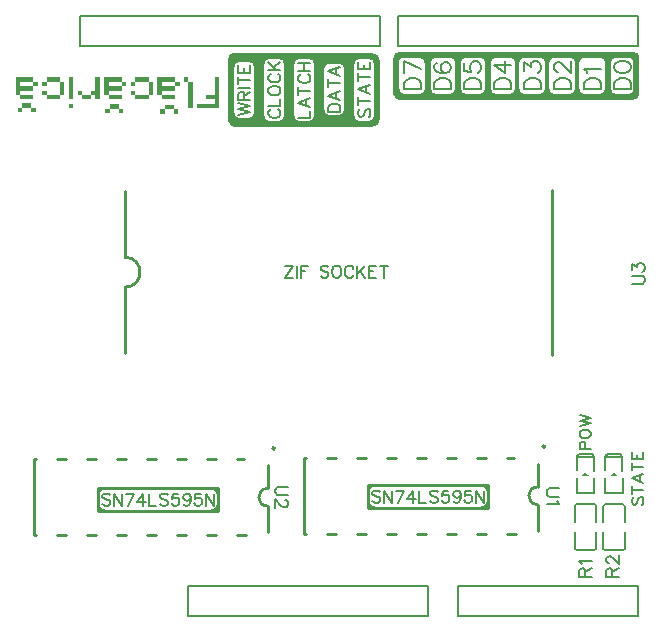
<source format=gto>
G04 Layer: TopSilkscreenLayer*
G04 EasyEDA v6.5.40, 2024-05-12 15:51:58*
G04 49c0d29adba348579b594a98eefbc0f5,633559c1653544b899bb7edc1c986e09,10*
G04 Gerber Generator version 0.2*
G04 Scale: 100 percent, Rotated: No, Reflected: No *
G04 Dimensions in millimeters *
G04 leading zeros omitted , absolute positions ,4 integer and 5 decimal *
%FSLAX45Y45*%
%MOMM*%

%ADD10C,0.2000*%
%ADD11C,0.1524*%
%ADD12C,0.1500*%
%ADD13C,0.2540*%
%ADD14C,0.2030*%
%ADD15C,0.2032*%
%ADD16C,0.0161*%

%LPD*%
G36*
X1791207Y4699000D02*
G01*
X1791207Y4548886D01*
X1716278Y4548886D01*
X1716278Y4511548D01*
X1791207Y4511548D01*
X1791207Y4473956D01*
X1641348Y4473956D01*
X1641348Y4436618D01*
X1828800Y4436618D01*
X1828800Y4699000D01*
G37*
G36*
X1528826Y4699000D02*
G01*
X1528826Y4661408D01*
X1566418Y4661408D01*
X1566418Y4699000D01*
G37*
G36*
X1303782Y4699000D02*
G01*
X1303782Y4548886D01*
X1341374Y4548886D01*
X1341374Y4586478D01*
X1453896Y4586478D01*
X1453896Y4624070D01*
X1341374Y4624070D01*
X1341374Y4661408D01*
X1453896Y4661408D01*
X1453896Y4699000D01*
G37*
G36*
X1116330Y4699000D02*
G01*
X1116330Y4661408D01*
X1228852Y4661408D01*
X1228852Y4699000D01*
G37*
G36*
X853694Y4699000D02*
G01*
X853694Y4548886D01*
X891286Y4548886D01*
X891286Y4586478D01*
X1003808Y4586478D01*
X1003808Y4624070D01*
X891286Y4624070D01*
X891286Y4661408D01*
X1003808Y4661408D01*
X1003808Y4699000D01*
G37*
G36*
X778764Y4699000D02*
G01*
X778764Y4586478D01*
X741426Y4586478D01*
X741426Y4548886D01*
X778764Y4548886D01*
X778764Y4511548D01*
X816356Y4511548D01*
X816356Y4699000D01*
G37*
G36*
X553720Y4699000D02*
G01*
X553720Y4511548D01*
X591312Y4511548D01*
X591312Y4699000D01*
G37*
G36*
X366268Y4699000D02*
G01*
X366268Y4661408D01*
X478790Y4661408D01*
X478790Y4699000D01*
G37*
G36*
X103885Y4699000D02*
G01*
X103885Y4548886D01*
X141224Y4548886D01*
X141224Y4586478D01*
X253746Y4586478D01*
X253746Y4624070D01*
X141224Y4624070D01*
X141224Y4661408D01*
X253746Y4661408D01*
X253746Y4699000D01*
G37*
G36*
X1566418Y4661408D02*
G01*
X1566418Y4436618D01*
X1603756Y4436618D01*
X1603756Y4661408D01*
G37*
G36*
X1453896Y4661408D02*
G01*
X1453896Y4624070D01*
X1491234Y4624070D01*
X1491234Y4661408D01*
G37*
G36*
X1078738Y4661408D02*
G01*
X1078738Y4624070D01*
X1116330Y4624070D01*
X1116330Y4661408D01*
G37*
G36*
X1228852Y4661408D02*
G01*
X1228852Y4548886D01*
X1266190Y4548886D01*
X1266190Y4661408D01*
G37*
G36*
X1003808Y4661408D02*
G01*
X1003808Y4624070D01*
X1041400Y4624070D01*
X1041400Y4661408D01*
G37*
G36*
X328676Y4661408D02*
G01*
X328676Y4624070D01*
X366268Y4624070D01*
X366268Y4661408D01*
G37*
G36*
X478790Y4661408D02*
G01*
X478790Y4548886D01*
X516382Y4548886D01*
X516382Y4661408D01*
G37*
G36*
X253746Y4661408D02*
G01*
X253746Y4624070D01*
X291338Y4624070D01*
X291338Y4661408D01*
G37*
G36*
X1078738Y4586478D02*
G01*
X1078738Y4548886D01*
X1116330Y4548886D01*
X1116330Y4586478D01*
G37*
G36*
X628904Y4586478D02*
G01*
X628904Y4548886D01*
X666242Y4548886D01*
X666242Y4586478D01*
G37*
G36*
X328676Y4586478D02*
G01*
X328676Y4548886D01*
X366268Y4548886D01*
X366268Y4586478D01*
G37*
G36*
X1341374Y4548886D02*
G01*
X1341374Y4511548D01*
X1453896Y4511548D01*
X1453896Y4548886D01*
G37*
G36*
X1116330Y4548886D02*
G01*
X1116330Y4511548D01*
X1228852Y4511548D01*
X1228852Y4548886D01*
G37*
G36*
X891286Y4548886D02*
G01*
X891286Y4511548D01*
X1003808Y4511548D01*
X1003808Y4548886D01*
G37*
G36*
X666242Y4548886D02*
G01*
X666242Y4511548D01*
X741426Y4511548D01*
X741426Y4548886D01*
G37*
G36*
X366268Y4548886D02*
G01*
X366268Y4511548D01*
X478790Y4511548D01*
X478790Y4548886D01*
G37*
G36*
X141224Y4548886D02*
G01*
X141224Y4511548D01*
X253746Y4511548D01*
X253746Y4548886D01*
G37*
G36*
X553720Y4473956D02*
G01*
X553720Y4436618D01*
X591312Y4436618D01*
X591312Y4473956D01*
G37*
D10*
X5169915Y4597400D02*
G01*
X5313172Y4597400D01*
X5169915Y4597400D02*
G01*
X5169915Y4645152D01*
X5176774Y4665471D01*
X5190490Y4679187D01*
X5203952Y4686045D01*
X5224525Y4692904D01*
X5258561Y4692904D01*
X5279136Y4686045D01*
X5292597Y4679187D01*
X5306313Y4665471D01*
X5313172Y4645152D01*
X5313172Y4597400D01*
X5169915Y4778755D02*
G01*
X5176774Y4758181D01*
X5197093Y4744720D01*
X5231384Y4737862D01*
X5251704Y4737862D01*
X5285740Y4744720D01*
X5306313Y4758181D01*
X5313172Y4778755D01*
X5313172Y4792471D01*
X5306313Y4812792D01*
X5285740Y4826507D01*
X5251704Y4833365D01*
X5231384Y4833365D01*
X5197093Y4826507D01*
X5176774Y4812792D01*
X5169915Y4792471D01*
X5169915Y4778755D01*
X4915915Y4597400D02*
G01*
X5059172Y4597400D01*
X4915915Y4597400D02*
G01*
X4915915Y4645152D01*
X4922774Y4665471D01*
X4936490Y4679187D01*
X4949952Y4686045D01*
X4970525Y4692904D01*
X5004561Y4692904D01*
X5025136Y4686045D01*
X5038597Y4679187D01*
X5052313Y4665471D01*
X5059172Y4645152D01*
X5059172Y4597400D01*
X4943093Y4737862D02*
G01*
X4936490Y4751578D01*
X4915915Y4771897D01*
X5059172Y4771897D01*
X4661915Y4597400D02*
G01*
X4805172Y4597400D01*
X4661915Y4597400D02*
G01*
X4661915Y4645152D01*
X4668774Y4665471D01*
X4682490Y4679187D01*
X4695952Y4686045D01*
X4716525Y4692904D01*
X4750561Y4692904D01*
X4771136Y4686045D01*
X4784597Y4679187D01*
X4798313Y4665471D01*
X4805172Y4645152D01*
X4805172Y4597400D01*
X4695952Y4744720D02*
G01*
X4689093Y4744720D01*
X4675631Y4751578D01*
X4668774Y4758181D01*
X4661915Y4771897D01*
X4661915Y4799329D01*
X4668774Y4812792D01*
X4675631Y4819650D01*
X4689093Y4826507D01*
X4702809Y4826507D01*
X4716525Y4819650D01*
X4736845Y4805934D01*
X4805172Y4737862D01*
X4805172Y4833365D01*
X4407915Y4597400D02*
G01*
X4551172Y4597400D01*
X4407915Y4597400D02*
G01*
X4407915Y4645152D01*
X4414774Y4665471D01*
X4428490Y4679187D01*
X4441952Y4686045D01*
X4462525Y4692904D01*
X4496561Y4692904D01*
X4517136Y4686045D01*
X4530597Y4679187D01*
X4544313Y4665471D01*
X4551172Y4645152D01*
X4551172Y4597400D01*
X4407915Y4751578D02*
G01*
X4407915Y4826507D01*
X4462525Y4785613D01*
X4462525Y4805934D01*
X4469384Y4819650D01*
X4476241Y4826507D01*
X4496561Y4833365D01*
X4510277Y4833365D01*
X4530597Y4826507D01*
X4544313Y4812792D01*
X4551172Y4792471D01*
X4551172Y4771897D01*
X4544313Y4751578D01*
X4537456Y4744720D01*
X4523740Y4737862D01*
X4153915Y4597400D02*
G01*
X4297172Y4597400D01*
X4153915Y4597400D02*
G01*
X4153915Y4645152D01*
X4160774Y4665471D01*
X4174490Y4679187D01*
X4187952Y4686045D01*
X4208525Y4692904D01*
X4242561Y4692904D01*
X4263136Y4686045D01*
X4276597Y4679187D01*
X4290313Y4665471D01*
X4297172Y4645152D01*
X4297172Y4597400D01*
X4153915Y4805934D02*
G01*
X4249420Y4737862D01*
X4249420Y4840223D01*
X4153915Y4805934D02*
G01*
X4297172Y4805934D01*
X3899915Y4597400D02*
G01*
X4043172Y4597400D01*
X3899915Y4597400D02*
G01*
X3899915Y4645152D01*
X3906774Y4665471D01*
X3920490Y4679187D01*
X3933952Y4686045D01*
X3954525Y4692904D01*
X3988561Y4692904D01*
X4009136Y4686045D01*
X4022597Y4679187D01*
X4036313Y4665471D01*
X4043172Y4645152D01*
X4043172Y4597400D01*
X3899915Y4819650D02*
G01*
X3899915Y4751578D01*
X3961384Y4744720D01*
X3954525Y4751578D01*
X3947668Y4771897D01*
X3947668Y4792471D01*
X3954525Y4812792D01*
X3968241Y4826507D01*
X3988561Y4833365D01*
X4002277Y4833365D01*
X4022597Y4826507D01*
X4036313Y4812792D01*
X4043172Y4792471D01*
X4043172Y4771897D01*
X4036313Y4751578D01*
X4029456Y4744720D01*
X4015740Y4737862D01*
X3645915Y4597400D02*
G01*
X3789172Y4597400D01*
X3645915Y4597400D02*
G01*
X3645915Y4645152D01*
X3652774Y4665471D01*
X3666490Y4679187D01*
X3679952Y4686045D01*
X3700525Y4692904D01*
X3734561Y4692904D01*
X3755136Y4686045D01*
X3768597Y4679187D01*
X3782313Y4665471D01*
X3789172Y4645152D01*
X3789172Y4597400D01*
X3666490Y4819650D02*
G01*
X3652774Y4812792D01*
X3645915Y4792471D01*
X3645915Y4778755D01*
X3652774Y4758181D01*
X3673093Y4744720D01*
X3707384Y4737862D01*
X3741420Y4737862D01*
X3768597Y4744720D01*
X3782313Y4758181D01*
X3789172Y4778755D01*
X3789172Y4785613D01*
X3782313Y4805934D01*
X3768597Y4819650D01*
X3748277Y4826507D01*
X3741420Y4826507D01*
X3720845Y4819650D01*
X3707384Y4805934D01*
X3700525Y4785613D01*
X3700525Y4778755D01*
X3707384Y4758181D01*
X3720845Y4744720D01*
X3741420Y4737862D01*
X3391915Y4597400D02*
G01*
X3535172Y4597400D01*
X3391915Y4597400D02*
G01*
X3391915Y4645152D01*
X3398774Y4665471D01*
X3412490Y4679187D01*
X3425952Y4686045D01*
X3446525Y4692904D01*
X3480561Y4692904D01*
X3501136Y4686045D01*
X3514597Y4679187D01*
X3528313Y4665471D01*
X3535172Y4645152D01*
X3535172Y4597400D01*
X3391915Y4833365D02*
G01*
X3535172Y4765039D01*
X3391915Y4737862D02*
G01*
X3391915Y4833365D01*
X3019806Y4429252D02*
G01*
X3010408Y4419600D01*
X3005581Y4405376D01*
X3005581Y4386326D01*
X3010408Y4372102D01*
X3019806Y4362450D01*
X3029458Y4362450D01*
X3038856Y4367276D01*
X3043681Y4372102D01*
X3048508Y4381500D01*
X3058159Y4410202D01*
X3062731Y4419600D01*
X3067558Y4424426D01*
X3077209Y4429252D01*
X3091434Y4429252D01*
X3101086Y4419600D01*
X3105658Y4405376D01*
X3105658Y4386326D01*
X3101086Y4372102D01*
X3091434Y4362450D01*
X3005581Y4494276D02*
G01*
X3105658Y4494276D01*
X3005581Y4460747D02*
G01*
X3005581Y4527550D01*
X3005581Y4597145D02*
G01*
X3105658Y4559045D01*
X3005581Y4597145D02*
G01*
X3105658Y4635500D01*
X3072384Y4573523D02*
G01*
X3072384Y4621021D01*
X3005581Y4700270D02*
G01*
X3105658Y4700270D01*
X3005581Y4666995D02*
G01*
X3005581Y4733797D01*
X3005581Y4765294D02*
G01*
X3105658Y4765294D01*
X3005581Y4765294D02*
G01*
X3005581Y4827270D01*
X3053334Y4765294D02*
G01*
X3053334Y4803394D01*
X3105658Y4765294D02*
G01*
X3105658Y4827270D01*
X2751454Y4406900D02*
G01*
X2851784Y4406900D01*
X2751454Y4406900D02*
G01*
X2751454Y4440428D01*
X2756281Y4454652D01*
X2765933Y4464050D01*
X2775331Y4468876D01*
X2789809Y4473702D01*
X2813684Y4473702D01*
X2827909Y4468876D01*
X2837561Y4464050D01*
X2846959Y4454652D01*
X2851784Y4440428D01*
X2851784Y4406900D01*
X2751454Y4543297D02*
G01*
X2851784Y4505197D01*
X2751454Y4543297D02*
G01*
X2851784Y4581652D01*
X2818256Y4519421D02*
G01*
X2818256Y4567173D01*
X2751454Y4646421D02*
G01*
X2851784Y4646421D01*
X2751454Y4613147D02*
G01*
X2751454Y4679950D01*
X2751454Y4749545D02*
G01*
X2851784Y4711445D01*
X2751454Y4749545D02*
G01*
X2851784Y4787645D01*
X2818256Y4725670D02*
G01*
X2818256Y4773421D01*
X2497581Y4356100D02*
G01*
X2597658Y4356100D01*
X2597658Y4356100D02*
G01*
X2597658Y4413250D01*
X2497581Y4483100D02*
G01*
X2597658Y4444745D01*
X2497581Y4483100D02*
G01*
X2597658Y4521200D01*
X2564384Y4459223D02*
G01*
X2564384Y4506976D01*
X2497581Y4586223D02*
G01*
X2597658Y4586223D01*
X2497581Y4552695D02*
G01*
X2497581Y4619497D01*
X2521458Y4722621D02*
G01*
X2511806Y4717795D01*
X2502408Y4708397D01*
X2497581Y4698745D01*
X2497581Y4679695D01*
X2502408Y4670044D01*
X2511806Y4660645D01*
X2521458Y4655820D01*
X2535681Y4650994D01*
X2559558Y4650994D01*
X2574036Y4655820D01*
X2583434Y4660645D01*
X2593086Y4670044D01*
X2597658Y4679695D01*
X2597658Y4698745D01*
X2593086Y4708397D01*
X2583434Y4717795D01*
X2574036Y4722621D01*
X2497581Y4754118D02*
G01*
X2597658Y4754118D01*
X2497581Y4820920D02*
G01*
X2597658Y4820920D01*
X2545334Y4754118D02*
G01*
X2545334Y4820920D01*
X2267455Y4427728D02*
G01*
X2257803Y4422902D01*
X2248405Y4413250D01*
X2243579Y4403852D01*
X2243579Y4384802D01*
X2248405Y4375150D01*
X2257803Y4365752D01*
X2267455Y4360926D01*
X2281679Y4356100D01*
X2305555Y4356100D01*
X2320033Y4360926D01*
X2329431Y4365752D01*
X2339083Y4375150D01*
X2343655Y4384802D01*
X2343655Y4403852D01*
X2339083Y4413250D01*
X2329431Y4422902D01*
X2320033Y4427728D01*
X2243579Y4459223D02*
G01*
X2343655Y4459223D01*
X2343655Y4459223D02*
G01*
X2343655Y4516373D01*
X2243579Y4576571D02*
G01*
X2248405Y4567173D01*
X2257803Y4557521D01*
X2267455Y4552695D01*
X2281679Y4547870D01*
X2305555Y4547870D01*
X2320033Y4552695D01*
X2329431Y4557521D01*
X2339083Y4567173D01*
X2343655Y4576571D01*
X2343655Y4595621D01*
X2339083Y4605273D01*
X2329431Y4614671D01*
X2320033Y4619497D01*
X2305555Y4624323D01*
X2281679Y4624323D01*
X2267455Y4619497D01*
X2257803Y4614671D01*
X2248405Y4605273D01*
X2243579Y4595621D01*
X2243579Y4576571D01*
X2267455Y4727447D02*
G01*
X2257803Y4722621D01*
X2248405Y4713223D01*
X2243579Y4703571D01*
X2243579Y4684521D01*
X2248405Y4674870D01*
X2257803Y4665471D01*
X2267455Y4660645D01*
X2281679Y4655820D01*
X2305555Y4655820D01*
X2320033Y4660645D01*
X2329431Y4665471D01*
X2339083Y4674870D01*
X2343655Y4684521D01*
X2343655Y4703571D01*
X2339083Y4713223D01*
X2329431Y4722621D01*
X2320033Y4727447D01*
X2243579Y4758944D02*
G01*
X2343655Y4758944D01*
X2243579Y4825745D02*
G01*
X2310381Y4758944D01*
X2286505Y4782820D02*
G01*
X2343655Y4825745D01*
X1989454Y4381500D02*
G01*
X2089784Y4405376D01*
X1989454Y4429252D02*
G01*
X2089784Y4405376D01*
X1989454Y4429252D02*
G01*
X2089784Y4453128D01*
X1989454Y4477004D02*
G01*
X2089784Y4453128D01*
X1989454Y4508500D02*
G01*
X2089784Y4508500D01*
X1989454Y4508500D02*
G01*
X1989454Y4551426D01*
X1994281Y4565650D01*
X1999106Y4570476D01*
X2008759Y4575302D01*
X2018156Y4575302D01*
X2027809Y4570476D01*
X2032381Y4565650D01*
X2037206Y4551426D01*
X2037206Y4508500D01*
X2037206Y4541773D02*
G01*
X2089784Y4575302D01*
X1989454Y4606797D02*
G01*
X2089784Y4606797D01*
X1989454Y4671568D02*
G01*
X2089784Y4671568D01*
X1989454Y4638294D02*
G01*
X1989454Y4705095D01*
X1989454Y4736592D02*
G01*
X2089784Y4736592D01*
X1989454Y4736592D02*
G01*
X1989454Y4798568D01*
X2037206Y4736592D02*
G01*
X2037206Y4774692D01*
X2089784Y4736592D02*
G01*
X2089784Y4798568D01*
X3191002Y1183894D02*
G01*
X3181350Y1193292D01*
X3167125Y1198118D01*
X3148075Y1198118D01*
X3133852Y1193292D01*
X3124200Y1183894D01*
X3124200Y1174242D01*
X3129025Y1164844D01*
X3133852Y1160018D01*
X3143250Y1155192D01*
X3171952Y1145539D01*
X3181350Y1140968D01*
X3186175Y1136142D01*
X3191002Y1126489D01*
X3191002Y1112265D01*
X3181350Y1102613D01*
X3167125Y1098042D01*
X3148075Y1098042D01*
X3133852Y1102613D01*
X3124200Y1112265D01*
X3222497Y1198118D02*
G01*
X3222497Y1098042D01*
X3222497Y1198118D02*
G01*
X3289300Y1098042D01*
X3289300Y1198118D02*
G01*
X3289300Y1098042D01*
X3387597Y1198118D02*
G01*
X3339845Y1098042D01*
X3320795Y1198118D02*
G01*
X3387597Y1198118D01*
X3466845Y1198118D02*
G01*
X3419093Y1131315D01*
X3490722Y1131315D01*
X3466845Y1198118D02*
G01*
X3466845Y1098042D01*
X3522218Y1198118D02*
G01*
X3522218Y1098042D01*
X3522218Y1098042D02*
G01*
X3579622Y1098042D01*
X3677920Y1183894D02*
G01*
X3668268Y1193292D01*
X3654043Y1198118D01*
X3634993Y1198118D01*
X3620515Y1193292D01*
X3611118Y1183894D01*
X3611118Y1174242D01*
X3615690Y1164844D01*
X3620515Y1160018D01*
X3630168Y1155192D01*
X3658870Y1145539D01*
X3668268Y1140968D01*
X3673093Y1136142D01*
X3677920Y1126489D01*
X3677920Y1112265D01*
X3668268Y1102613D01*
X3654043Y1098042D01*
X3634993Y1098042D01*
X3620515Y1102613D01*
X3611118Y1112265D01*
X3766565Y1198118D02*
G01*
X3718813Y1198118D01*
X3713988Y1155192D01*
X3718813Y1160018D01*
X3733291Y1164844D01*
X3747515Y1164844D01*
X3761740Y1160018D01*
X3771391Y1150365D01*
X3776218Y1136142D01*
X3776218Y1126489D01*
X3771391Y1112265D01*
X3761740Y1102613D01*
X3747515Y1098042D01*
X3733291Y1098042D01*
X3718813Y1102613D01*
X3713988Y1107439D01*
X3709415Y1117092D01*
X3869690Y1164844D02*
G01*
X3864863Y1150365D01*
X3855465Y1140968D01*
X3840988Y1136142D01*
X3836415Y1136142D01*
X3821938Y1140968D01*
X3812540Y1150365D01*
X3807713Y1164844D01*
X3807713Y1169415D01*
X3812540Y1183894D01*
X3821938Y1193292D01*
X3836415Y1198118D01*
X3840988Y1198118D01*
X3855465Y1193292D01*
X3864863Y1183894D01*
X3869690Y1164844D01*
X3869690Y1140968D01*
X3864863Y1117092D01*
X3855465Y1102613D01*
X3840988Y1098042D01*
X3831590Y1098042D01*
X3817111Y1102613D01*
X3812540Y1112265D01*
X3958590Y1198118D02*
G01*
X3910838Y1198118D01*
X3906011Y1155192D01*
X3910838Y1160018D01*
X3925061Y1164844D01*
X3939286Y1164844D01*
X3953763Y1160018D01*
X3963161Y1150365D01*
X3967988Y1136142D01*
X3967988Y1126489D01*
X3963161Y1112265D01*
X3953763Y1102613D01*
X3939286Y1098042D01*
X3925061Y1098042D01*
X3910838Y1102613D01*
X3906011Y1107439D01*
X3901186Y1117092D01*
X3999484Y1198118D02*
G01*
X3999484Y1098042D01*
X3999484Y1198118D02*
G01*
X4066286Y1098042D01*
X4066286Y1198118D02*
G01*
X4066286Y1098042D01*
X905002Y1158494D02*
G01*
X895350Y1167892D01*
X881126Y1172718D01*
X862076Y1172718D01*
X847852Y1167892D01*
X838200Y1158494D01*
X838200Y1148842D01*
X843026Y1139444D01*
X847852Y1134618D01*
X857250Y1129792D01*
X885952Y1120139D01*
X895350Y1115568D01*
X900176Y1110742D01*
X905002Y1101089D01*
X905002Y1086865D01*
X895350Y1077213D01*
X881126Y1072642D01*
X862076Y1072642D01*
X847852Y1077213D01*
X838200Y1086865D01*
X936497Y1172718D02*
G01*
X936497Y1072642D01*
X936497Y1172718D02*
G01*
X1003300Y1072642D01*
X1003300Y1172718D02*
G01*
X1003300Y1072642D01*
X1101597Y1172718D02*
G01*
X1053845Y1072642D01*
X1034795Y1172718D02*
G01*
X1101597Y1172718D01*
X1180845Y1172718D02*
G01*
X1133094Y1105915D01*
X1204721Y1105915D01*
X1180845Y1172718D02*
G01*
X1180845Y1072642D01*
X1236218Y1172718D02*
G01*
X1236218Y1072642D01*
X1236218Y1072642D02*
G01*
X1293621Y1072642D01*
X1391920Y1158494D02*
G01*
X1382268Y1167892D01*
X1368044Y1172718D01*
X1348994Y1172718D01*
X1334515Y1167892D01*
X1325118Y1158494D01*
X1325118Y1148842D01*
X1329689Y1139444D01*
X1334515Y1134618D01*
X1344168Y1129792D01*
X1372870Y1120139D01*
X1382268Y1115568D01*
X1387094Y1110742D01*
X1391920Y1101089D01*
X1391920Y1086865D01*
X1382268Y1077213D01*
X1368044Y1072642D01*
X1348994Y1072642D01*
X1334515Y1077213D01*
X1325118Y1086865D01*
X1480565Y1172718D02*
G01*
X1432813Y1172718D01*
X1427987Y1129792D01*
X1432813Y1134618D01*
X1447292Y1139444D01*
X1461515Y1139444D01*
X1475739Y1134618D01*
X1485392Y1124965D01*
X1490218Y1110742D01*
X1490218Y1101089D01*
X1485392Y1086865D01*
X1475739Y1077213D01*
X1461515Y1072642D01*
X1447292Y1072642D01*
X1432813Y1077213D01*
X1427987Y1082039D01*
X1423415Y1091692D01*
X1583689Y1139444D02*
G01*
X1578863Y1124965D01*
X1569465Y1115568D01*
X1554987Y1110742D01*
X1550415Y1110742D01*
X1535937Y1115568D01*
X1526539Y1124965D01*
X1521713Y1139444D01*
X1521713Y1144015D01*
X1526539Y1158494D01*
X1535937Y1167892D01*
X1550415Y1172718D01*
X1554987Y1172718D01*
X1569465Y1167892D01*
X1578863Y1158494D01*
X1583689Y1139444D01*
X1583689Y1115568D01*
X1578863Y1091692D01*
X1569465Y1077213D01*
X1554987Y1072642D01*
X1545589Y1072642D01*
X1531112Y1077213D01*
X1526539Y1086865D01*
X1672589Y1172718D02*
G01*
X1624837Y1172718D01*
X1620012Y1129792D01*
X1624837Y1134618D01*
X1639062Y1139444D01*
X1653286Y1139444D01*
X1667763Y1134618D01*
X1677162Y1124965D01*
X1681987Y1110742D01*
X1681987Y1101089D01*
X1677162Y1086865D01*
X1667763Y1077213D01*
X1653286Y1072642D01*
X1639062Y1072642D01*
X1624837Y1077213D01*
X1620012Y1082039D01*
X1615186Y1091692D01*
X1713484Y1172718D02*
G01*
X1713484Y1072642D01*
X1713484Y1172718D02*
G01*
X1780286Y1072642D01*
X1780286Y1172718D02*
G01*
X1780286Y1072642D01*
X2454402Y3103118D02*
G01*
X2387600Y3003042D01*
X2387600Y3103118D02*
G01*
X2454402Y3103118D01*
X2387600Y3003042D02*
G01*
X2454402Y3003042D01*
X2485897Y3103118D02*
G01*
X2485897Y3003042D01*
X2517393Y3103118D02*
G01*
X2517393Y3003042D01*
X2517393Y3103118D02*
G01*
X2579370Y3103118D01*
X2517393Y3055365D02*
G01*
X2555493Y3055365D01*
X2751327Y3088894D02*
G01*
X2741675Y3098292D01*
X2727452Y3103118D01*
X2708402Y3103118D01*
X2693924Y3098292D01*
X2684525Y3088894D01*
X2684525Y3079242D01*
X2689352Y3069844D01*
X2693924Y3065018D01*
X2703575Y3060192D01*
X2732277Y3050539D01*
X2741675Y3045968D01*
X2746502Y3041142D01*
X2751327Y3031489D01*
X2751327Y3017265D01*
X2741675Y3007613D01*
X2727452Y3003042D01*
X2708402Y3003042D01*
X2693924Y3007613D01*
X2684525Y3017265D01*
X2811525Y3103118D02*
G01*
X2801874Y3098292D01*
X2792222Y3088894D01*
X2787650Y3079242D01*
X2782824Y3065018D01*
X2782824Y3041142D01*
X2787650Y3026663D01*
X2792222Y3017265D01*
X2801874Y3007613D01*
X2811525Y3003042D01*
X2830575Y3003042D01*
X2839974Y3007613D01*
X2849625Y3017265D01*
X2854452Y3026663D01*
X2859024Y3041142D01*
X2859024Y3065018D01*
X2854452Y3079242D01*
X2849625Y3088894D01*
X2839974Y3098292D01*
X2830575Y3103118D01*
X2811525Y3103118D01*
X2962147Y3079242D02*
G01*
X2957575Y3088894D01*
X2947924Y3098292D01*
X2938272Y3103118D01*
X2919222Y3103118D01*
X2909824Y3098292D01*
X2900172Y3088894D01*
X2895345Y3079242D01*
X2890520Y3065018D01*
X2890520Y3041142D01*
X2895345Y3026663D01*
X2900172Y3017265D01*
X2909824Y3007613D01*
X2919222Y3003042D01*
X2938272Y3003042D01*
X2947924Y3007613D01*
X2957575Y3017265D01*
X2962147Y3026663D01*
X2993643Y3103118D02*
G01*
X2993643Y3003042D01*
X3060445Y3103118D02*
G01*
X2993643Y3036315D01*
X3017520Y3060192D02*
G01*
X3060445Y3003042D01*
X3091941Y3103118D02*
G01*
X3091941Y3003042D01*
X3091941Y3103118D02*
G01*
X3154172Y3103118D01*
X3091941Y3055365D02*
G01*
X3130295Y3055365D01*
X3091941Y3003042D02*
G01*
X3154172Y3003042D01*
X3218941Y3103118D02*
G01*
X3218941Y3003042D01*
X3185668Y3103118D02*
G01*
X3252470Y3103118D01*
D11*
X5335524Y1143254D02*
G01*
X5326634Y1134110D01*
X5322061Y1120394D01*
X5322061Y1102105D01*
X5326634Y1088644D01*
X5335524Y1079500D01*
X5344668Y1079500D01*
X5353811Y1084071D01*
X5358384Y1088644D01*
X5362956Y1097787D01*
X5372100Y1124965D01*
X5376418Y1134110D01*
X5380990Y1138681D01*
X5390134Y1143254D01*
X5403850Y1143254D01*
X5412993Y1134110D01*
X5417565Y1120394D01*
X5417565Y1102105D01*
X5412993Y1088644D01*
X5403850Y1079500D01*
X5322061Y1204976D02*
G01*
X5417565Y1204976D01*
X5322061Y1173226D02*
G01*
X5322061Y1236726D01*
X5322061Y1303020D02*
G01*
X5417565Y1266697D01*
X5322061Y1303020D02*
G01*
X5417565Y1339595D01*
X5385561Y1280413D02*
G01*
X5385561Y1325879D01*
X5322061Y1401318D02*
G01*
X5417565Y1401318D01*
X5322061Y1369568D02*
G01*
X5322061Y1433068D01*
X5322061Y1463039D02*
G01*
X5417565Y1463039D01*
X5322061Y1463039D02*
G01*
X5322061Y1522221D01*
X5367527Y1463039D02*
G01*
X5367527Y1499615D01*
X5417565Y1463039D02*
G01*
X5417565Y1522221D01*
X4877561Y1549400D02*
G01*
X4973065Y1549400D01*
X4877561Y1549400D02*
G01*
X4877561Y1590294D01*
X4882134Y1604010D01*
X4886706Y1608581D01*
X4895595Y1613154D01*
X4909311Y1613154D01*
X4918456Y1608581D01*
X4923027Y1604010D01*
X4927600Y1590294D01*
X4927600Y1549400D01*
X4877561Y1670304D02*
G01*
X4882134Y1661160D01*
X4891024Y1652015D01*
X4900168Y1647697D01*
X4913884Y1643126D01*
X4936490Y1643126D01*
X4950206Y1647697D01*
X4959350Y1652015D01*
X4968493Y1661160D01*
X4973065Y1670304D01*
X4973065Y1688592D01*
X4968493Y1697481D01*
X4959350Y1706626D01*
X4950206Y1711197D01*
X4936490Y1715770D01*
X4913884Y1715770D01*
X4900168Y1711197D01*
X4891024Y1706626D01*
X4882134Y1697481D01*
X4877561Y1688592D01*
X4877561Y1670304D01*
X4877561Y1745742D02*
G01*
X4973065Y1768602D01*
X4877561Y1791207D02*
G01*
X4973065Y1768602D01*
X4877561Y1791207D02*
G01*
X4973065Y1814068D01*
X4877561Y1836673D02*
G01*
X4973065Y1814068D01*
X5320284Y2946400D02*
G01*
X5398261Y2946400D01*
X5413756Y2951479D01*
X5424170Y2961894D01*
X5429250Y2977642D01*
X5429250Y2988055D01*
X5424170Y3003550D01*
X5413756Y3013963D01*
X5398261Y3019044D01*
X5320284Y3019044D01*
X5320284Y3063747D02*
G01*
X5320284Y3120897D01*
X5361940Y3089910D01*
X5361940Y3105404D01*
X5367020Y3115818D01*
X5372100Y3120897D01*
X5387847Y3126231D01*
X5398261Y3126231D01*
X5413756Y3120897D01*
X5424170Y3110484D01*
X5429250Y3094989D01*
X5429250Y3079495D01*
X5424170Y3063747D01*
X5419090Y3058668D01*
X5408675Y3053334D01*
X4875784Y470027D02*
G01*
X4984750Y470027D01*
X4875784Y470027D02*
G01*
X4875784Y516762D01*
X4880863Y532256D01*
X4886197Y537337D01*
X4896611Y542670D01*
X4907025Y542670D01*
X4917440Y537337D01*
X4922520Y532256D01*
X4927600Y516762D01*
X4927600Y470027D01*
X4927600Y506348D02*
G01*
X4984750Y542670D01*
X4896611Y576961D02*
G01*
X4891277Y587375D01*
X4875784Y602869D01*
X4984750Y602869D01*
X5104384Y469905D02*
G01*
X5213350Y469905D01*
X5104384Y469905D02*
G01*
X5104384Y516641D01*
X5109463Y532135D01*
X5114797Y537469D01*
X5125211Y542549D01*
X5135625Y542549D01*
X5146040Y537469D01*
X5151120Y532135D01*
X5156200Y516641D01*
X5156200Y469905D01*
X5156200Y506227D02*
G01*
X5213350Y542549D01*
X5130291Y582173D02*
G01*
X5125211Y582173D01*
X5114797Y587253D01*
X5109463Y592587D01*
X5104384Y603001D01*
X5104384Y623575D01*
X5109463Y633989D01*
X5114797Y639323D01*
X5125211Y644403D01*
X5135625Y644403D01*
X5146040Y639323D01*
X5161534Y628909D01*
X5213350Y576839D01*
X5213350Y649737D01*
X4707509Y1219194D02*
G01*
X4629531Y1219194D01*
X4614036Y1214114D01*
X4603622Y1203700D01*
X4598543Y1187952D01*
X4598543Y1177538D01*
X4603622Y1162044D01*
X4614036Y1151630D01*
X4629531Y1146550D01*
X4707509Y1146550D01*
X4686681Y1112260D02*
G01*
X4692015Y1101846D01*
X4707509Y1086098D01*
X4598543Y1086098D01*
X2408809Y1231894D02*
G01*
X2330831Y1231894D01*
X2315336Y1226814D01*
X2304922Y1216400D01*
X2299843Y1200652D01*
X2299843Y1190238D01*
X2304922Y1174744D01*
X2315336Y1164330D01*
X2330831Y1159250D01*
X2408809Y1159250D01*
X2382900Y1119626D02*
G01*
X2387981Y1119626D01*
X2398395Y1114546D01*
X2403729Y1109212D01*
X2408809Y1098798D01*
X2408809Y1078224D01*
X2403729Y1067810D01*
X2398395Y1062476D01*
X2387981Y1057396D01*
X2377566Y1057396D01*
X2367152Y1062476D01*
X2351659Y1072890D01*
X2299843Y1124960D01*
X2299843Y1052062D01*
G36*
X3327400Y4876800D02*
G01*
X3302000Y4864100D01*
X3302000Y4559300D01*
X3352800Y4508500D01*
X5334000Y4508500D01*
X5384800Y4559300D01*
X5384800Y4572000D01*
X5334000Y4584700D01*
X5334000Y4559300D01*
X5143500Y4559300D01*
X5143500Y4864100D01*
X5118100Y4876800D01*
X5092700Y4864100D01*
X5092700Y4559300D01*
X4876800Y4559300D01*
X4876800Y4864100D01*
X4851400Y4876800D01*
X4838700Y4864100D01*
X4838700Y4559300D01*
X4622800Y4559300D01*
X4622800Y4864100D01*
X4597400Y4876800D01*
X4584700Y4864100D01*
X4584700Y4559300D01*
X4368800Y4559300D01*
X4368800Y4864100D01*
X4343400Y4876800D01*
X4330700Y4864100D01*
X4330700Y4559300D01*
X4127500Y4559300D01*
X4127500Y4864100D01*
X4102100Y4876800D01*
X4076700Y4864100D01*
X4076700Y4559300D01*
X3873500Y4559300D01*
X3873500Y4864100D01*
X3848100Y4876800D01*
X3822700Y4864100D01*
X3822700Y4559300D01*
X3619500Y4559300D01*
X3619500Y4864100D01*
X3594100Y4876800D01*
X3568700Y4864100D01*
X3568700Y4559300D01*
X3352800Y4559300D01*
X3352800Y4864100D01*
G37*
G36*
X3352800Y4914900D02*
G01*
X3302000Y4864100D01*
X5168900Y4864100D01*
X5168900Y4914900D01*
G37*
G36*
X5168900Y4914900D02*
G01*
X5156200Y4889500D01*
X5168900Y4864100D01*
X5384800Y4864100D01*
X5334000Y4914900D01*
G37*
G36*
X5359400Y4876800D02*
G01*
X5334000Y4864100D01*
X5334000Y4572000D01*
X5384800Y4572000D01*
X5384800Y4864100D01*
G37*
G36*
X3124200Y4902200D02*
G01*
X3124200Y4876800D01*
X3136900Y4864100D01*
X3136900Y4292600D01*
X3149600Y4292600D01*
X3187700Y4343400D01*
X3187700Y4838700D01*
X3149600Y4895850D01*
G37*
G36*
X1943100Y4902200D02*
G01*
X1905000Y4864100D01*
X3136900Y4864100D01*
X3124200Y4902200D01*
G37*
G36*
X1930400Y4876800D02*
G01*
X1905000Y4864100D01*
X1905000Y4330700D01*
X1930400Y4318000D01*
X1955800Y4330700D01*
X1955800Y4864100D01*
G37*
G36*
X1905000Y4330700D02*
G01*
X1955800Y4279900D01*
X3124200Y4279900D01*
X3136900Y4292600D01*
X3136900Y4330700D01*
G37*
G36*
X2159000Y4876800D02*
G01*
X2120900Y4864100D01*
X2120900Y4330700D01*
X2209800Y4330700D01*
X2209800Y4864100D01*
G37*
G36*
X2032000Y4876800D02*
G01*
X1943100Y4864100D01*
X1943100Y4826000D01*
X2120900Y4826000D01*
X2133600Y4838700D01*
X2120900Y4838700D01*
X2133600Y4851400D01*
X2120900Y4864100D01*
G37*
G36*
X2298700Y4876800D02*
G01*
X2209800Y4864100D01*
X2197100Y4864100D01*
X2209800Y4851400D01*
X2374900Y4851400D01*
X2374900Y4864100D01*
G37*
G36*
X2552700Y4876800D02*
G01*
X2463800Y4864100D01*
X2451100Y4851400D01*
X2641600Y4851400D01*
X2628900Y4864100D01*
G37*
G36*
X2806700Y4876800D02*
G01*
X2717800Y4864100D01*
X2705100Y4838700D01*
X2717800Y4813300D01*
X2882900Y4813300D01*
X2895600Y4838700D01*
X2882900Y4864100D01*
G37*
G36*
X3060700Y4876800D02*
G01*
X2971800Y4864100D01*
X2971800Y4851400D01*
X3136900Y4851400D01*
X3136900Y4864100D01*
G37*
G36*
X2717800Y4381500D02*
G01*
X2717800Y4330700D01*
X2882900Y4330700D01*
X2882900Y4381500D01*
G37*
G36*
X5168950Y1347419D02*
G01*
X5132984Y1322425D01*
X5204968Y1321409D01*
G37*
G36*
X4927650Y1347419D02*
G01*
X4891684Y1322425D01*
X4963668Y1321409D01*
G37*
D12*
X5095968Y1370423D02*
G01*
X5095968Y1485422D01*
X5240967Y1485422D01*
X5240967Y1365422D01*
X5241968Y1303423D02*
G01*
X5241968Y1179423D01*
X5096969Y1179423D01*
X5096969Y1303423D01*
X5095968Y1485422D02*
G01*
X5095968Y1488424D01*
X5115968Y1508424D01*
X5217967Y1508424D01*
X5220967Y1505422D01*
X5240967Y1485422D01*
X4854668Y1370423D02*
G01*
X4854668Y1485422D01*
X4999667Y1485422D01*
X4999667Y1365422D01*
X5000668Y1303423D02*
G01*
X5000668Y1179423D01*
X4855669Y1179423D01*
X4855669Y1303423D01*
X4854668Y1485422D02*
G01*
X4854668Y1488424D01*
X4874668Y1508424D01*
X4976667Y1508424D01*
X4979667Y1505422D01*
X4999667Y1485422D01*
D13*
X1028700Y2921000D02*
G01*
X1028700Y2362200D01*
X4648200Y2349500D02*
G01*
X4648200Y3746500D01*
X1028700Y3733800D02*
G01*
X1028700Y3175000D01*
D14*
X3340100Y4965700D02*
G01*
X5181600Y4965700D01*
D15*
X3340100Y4965700D02*
G01*
X3340100Y5219700D01*
X5372100Y5219700D01*
X5372100Y4965700D01*
X5181600Y4965700D01*
X838200Y5219700D02*
G01*
X647700Y5219700D01*
X647700Y4965700D01*
X3187700Y4965700D01*
X3187700Y5219700D01*
D14*
X3187700Y5219700D02*
G01*
X838200Y5219700D01*
D15*
X4038600Y393700D02*
G01*
X3848100Y393700D01*
X3848100Y139700D01*
X5372100Y139700D01*
X5372100Y393700D01*
D14*
X5372100Y393700D02*
G01*
X4038600Y393700D01*
X3594100Y393700D02*
G01*
X1752600Y393700D01*
D15*
X3594100Y393700D02*
G01*
X3594100Y139700D01*
X1562100Y139700D01*
X1562100Y393700D01*
X1752600Y393700D01*
D11*
X4837239Y1070119D02*
G01*
X4837239Y929119D01*
X5017960Y929119D02*
G01*
X5017960Y1070119D01*
X5002720Y1085359D02*
G01*
X4852479Y1085359D01*
X4837239Y707880D02*
G01*
X4837239Y848880D01*
X5017960Y848880D02*
G01*
X5017960Y707880D01*
X5002720Y692640D02*
G01*
X4852479Y692640D01*
X5078539Y1070119D02*
G01*
X5078539Y929119D01*
X5259260Y929119D02*
G01*
X5259260Y1070119D01*
X5244020Y1085359D02*
G01*
X5093779Y1085359D01*
X5078539Y707880D02*
G01*
X5078539Y848880D01*
X5259260Y848880D02*
G01*
X5259260Y707880D01*
X5244020Y692640D02*
G01*
X5093779Y692640D01*
D13*
X4522343Y1080696D02*
G01*
X4522343Y857145D01*
X2559215Y835695D02*
G01*
X2548094Y835695D01*
X2548094Y1475694D01*
X2559215Y1475694D01*
X4262970Y1475694D02*
G01*
X4318977Y1475694D01*
X4008970Y1475694D02*
G01*
X4083215Y1475694D01*
X3754970Y1475694D02*
G01*
X3829215Y1475694D01*
X3500970Y1475694D02*
G01*
X3575215Y1475694D01*
X3246970Y1475694D02*
G01*
X3321215Y1475694D01*
X2992970Y1475694D02*
G01*
X3067215Y1475694D01*
X2738970Y1475694D02*
G01*
X2813215Y1475694D01*
X2813215Y835695D02*
G01*
X2738970Y835695D01*
X3067215Y835695D02*
G01*
X2992970Y835695D01*
X3321215Y835695D02*
G01*
X3246970Y835695D01*
X3575215Y835695D02*
G01*
X3500970Y835695D01*
X3829215Y835695D02*
G01*
X3754970Y835695D01*
X4083215Y835695D02*
G01*
X4008970Y835695D01*
X4337215Y835695D02*
G01*
X4262970Y835695D01*
X4522340Y1230576D02*
G01*
X4522340Y1427589D01*
X2236343Y1067996D02*
G01*
X2236343Y844445D01*
X273215Y822995D02*
G01*
X262094Y822995D01*
X262094Y1462994D01*
X273215Y1462994D01*
X1976970Y1462994D02*
G01*
X2032977Y1462994D01*
X1722970Y1462994D02*
G01*
X1797215Y1462994D01*
X1468970Y1462994D02*
G01*
X1543215Y1462994D01*
X1214970Y1462994D02*
G01*
X1289215Y1462994D01*
X960970Y1462994D02*
G01*
X1035215Y1462994D01*
X706970Y1462994D02*
G01*
X781215Y1462994D01*
X452970Y1462994D02*
G01*
X527215Y1462994D01*
X527215Y822995D02*
G01*
X452970Y822995D01*
X781215Y822995D02*
G01*
X706970Y822995D01*
X1035215Y822995D02*
G01*
X960970Y822995D01*
X1289215Y822995D02*
G01*
X1214970Y822995D01*
X1543215Y822995D02*
G01*
X1468970Y822995D01*
X1797215Y822995D02*
G01*
X1722970Y822995D01*
X2051215Y822995D02*
G01*
X1976970Y822995D01*
X2236340Y1217876D02*
G01*
X2236340Y1414889D01*
G75*
G01*
X3378200Y4876800D02*
G03*
X3341238Y4847941I0J-38100D01*
G75*
G01*
X3530600Y4546600D02*
G03*
X3581400Y4597400I0J50800D01*
G75*
G01*
X3606800Y4597400D02*
G03*
X3657600Y4546600I50800J0D01*
G75*
G01*
X3784600Y4546600D02*
G03*
X3835400Y4597400I0J50800D01*
G75*
G01*
X3835400Y4826000D02*
G03*
X3784600Y4876800I-50800J0D01*
G75*
G01*
X5346700Y4826000D02*
G03*
X5295900Y4876800I-50800J0D01*
G75*
G01*
X5181600Y4876800D02*
G03*
X5130800Y4826000I0J-50800D01*
G75*
G01*
X5105400Y4826000D02*
G03*
X5054600Y4876800I-50800J0D01*
G75*
G01*
X4914900Y4876800D02*
G03*
X4864100Y4826000I0J-50800D01*
G75*
G01*
X4660900Y4876800D02*
G03*
X4610100Y4826000I0J-50800D01*
G75*
G01*
X4597400Y4826000D02*
G03*
X4546600Y4876800I-50800J0D01*
G75*
G01*
X4406900Y4876800D02*
G03*
X4356100Y4826000I0J-50800D01*
G75*
G01*
X4343400Y4826000D02*
G03*
X4292600Y4876800I-50800J0D01*
G75*
G01*
X4165600Y4876800D02*
G03*
X4114800Y4826000I0J-50800D01*
G75*
G01*
X4089400Y4826000D02*
G03*
X4038600Y4876800I-50800J0D01*
G75*
G01*
X3911600Y4876800D02*
G03*
X3860800Y4826000I0J-50800D01*
G75*
G01*
X5295900Y4546600D02*
G03*
X5346700Y4597400I0J50800D01*
G75*
G01*
X5130800Y4597400D02*
G03*
X5181600Y4546600I50800J0D01*
G75*
G01*
X5054600Y4546600D02*
G03*
X5105400Y4597400I0J50800D01*
G75*
G01*
X4800600Y4546600D02*
G03*
X4851400Y4597400I0J50800D01*
G75*
G01*
X4546600Y4546600D02*
G03*
X4597400Y4597400I0J50800D01*
G75*
G01*
X4292600Y4546600D02*
G03*
X4343400Y4597400I0J50800D01*
G75*
G01*
X3860800Y4597400D02*
G03*
X3911600Y4546600I50800J0D01*
G75*
G01*
X4114800Y4597400D02*
G03*
X4165600Y4546600I50800J0D01*
G75*
G01*
X4356100Y4597400D02*
G03*
X4406900Y4546600I50800J0D01*
G75*
G01*
X4610100Y4597400D02*
G03*
X4660900Y4546600I50800J0D01*
G75*
G01*
X4864100Y4597400D02*
G03*
X4914900Y4546600I50800J0D01*
G75*
G01*
X4851400Y4826000D02*
G03*
X4800600Y4876800I-50800J0D01*
G75*
G01*
X2133600Y4787900D02*
G03*
X2082800Y4838700I-50800J0D01*
G75*
G01*
X2387600Y4813300D02*
G03*
X2336800Y4864100I-50800J0D01*
G75*
G01*
X2641600Y4813300D02*
G03*
X2590800Y4864100I-50800J0D01*
G75*
G01*
X2895600Y4775200D02*
G03*
X2844800Y4826000I-50800J0D01*
G75*
G01*
X3098800Y4318000D02*
G03*
X3149600Y4368800I0J50800D01*
G75*
G01*
X2844800Y4368800D02*
G03*
X2895600Y4419600I0J50800D01*
G75*
G01*
X2590800Y4318000D02*
G03*
X2641600Y4368800I0J50800D01*
G75*
G01*
X2336800Y4318000D02*
G03*
X2387600Y4368800I0J50800D01*
G75*
G01*
X2082800Y4343400D02*
G03*
X2133600Y4394200I0J50800D01*
G75*
G01*
X1943100Y4394200D02*
G03*
X1993900Y4343400I50800J0D01*
G75*
G01*
X2197100Y4368800D02*
G03*
X2247900Y4318000I50800J0D01*
G75*
G01*
X2451100Y4368800D02*
G03*
X2501900Y4318000I50800J0D01*
G75*
G01*
X2705100Y4419600D02*
G03*
X2755900Y4368800I50800J0D01*
G75*
G01*
X2959100Y4368800D02*
G03*
X3009900Y4318000I50800J0D01*
G75*
G01*
X3009900Y4864100D02*
G03*
X2959100Y4813300I0J-50800D01*
G75*
G01*
X2755900Y4826000D02*
G03*
X2705100Y4775200I0J-50800D01*
G75*
G01*
X2501900Y4864100D02*
G03*
X2451100Y4813300I0J-50800D01*
G75*
G01*
X2247900Y4864100D02*
G03*
X2197100Y4813300I0J-50800D01*
G75*
G01*
X1993900Y4838700D02*
G03*
X1943100Y4787900I0J-50800D01*
G75*
G01*
X3149600Y4813300D02*
G03*
X3098800Y4864100I-50800J0D01*
G75*
G01*
X3175000Y4838700D02*
G03*
X3124200Y4889500I-50800J0D01*
G75*
G01*
X3124200Y4292600D02*
G03*
X3175000Y4343400I0J50800D01*
G75*
G01*
X1943100Y4889500D02*
G03*
X1917700Y4864100I0J-25400D01*
G75*
G01*
X4038600Y4546600D02*
G03*
X4089400Y4597400I0J50800D01*
G75*
G01*
X3136900Y1244600D02*
G03*
X3086100Y1193800I0J-50800D01*
G75*
G01*
X4051300Y1054100D02*
G03*
X4102100Y1104900I0J50800D01*
G75*
G01*
X4102100Y1193800D02*
G03*
X4051300Y1244600I-50800J0D01*
G75*
G01*
X3086100Y1104900D02*
G03*
X3136900Y1054100I50800J0D01*
G75*
G01*
X1765300Y1028700D02*
G03*
X1816100Y1079500I0J50800D01*
G75*
G01*
X1816100Y1168400D02*
G03*
X1765300Y1219200I-50800J0D01*
G75*
G01*
X850900Y1219200D02*
G03*
X800100Y1168400I0J-50800D01*
G75*
G01*
X800100Y1079500D02*
G03*
X850900Y1028700I50800J0D01*
G75*
G01*
X1028705Y2921000D02*
G03*
X1028705Y3175000I0J127000D01*
D11*
G75*
G01*
X5017960Y1070120D02*
G03*
X5002721Y1085360I-15240J0D01*
G75*
G01*
X4852479Y1085360D02*
G03*
X4837240Y1070120I1J-15240D01*
G75*
G01*
X5017960Y707880D02*
G02*
X5002721Y692640I-15240J0D01*
G75*
G01*
X4852479Y692640D02*
G02*
X4837240Y707880I1J15240D01*
G75*
G01*
X5259260Y1070120D02*
G03*
X5244021Y1085360I-15240J0D01*
G75*
G01*
X5093779Y1085360D02*
G03*
X5078540Y1070120I1J-15240D01*
G75*
G01*
X5259260Y707880D02*
G02*
X5244021Y692640I-15240J0D01*
G75*
G01*
X5093779Y692640D02*
G02*
X5078540Y707880I1J15240D01*
D13*
G75*
G01*
X4522343Y1080696D02*
G02*
X4522340Y1230577I-1J74940D01*
G75*
G01*
X2236343Y1067996D02*
G02*
X2236340Y1217877I-1J74940D01*
G75*
G01*
X5372100Y4864100D02*
G03*
X5334000Y4902200I-38100J0D01*
G75*
G01*
X5334000Y4521200D02*
G03*
X5372100Y4559300I0J38100D01*
G75*
G01*
X3314700Y4559300D02*
G03*
X3352800Y4521200I38100J0D01*
G75*
G01*
X3352800Y4902200D02*
G03*
X3314700Y4864100I0J-38100D01*
G75*
G01*
X3340100Y4597400D02*
G03*
X3390900Y4546600I50800J0D01*
G75*
G01*
X3581400Y4813300D02*
G03*
X3517900Y4876800I-63500J0D01*
G75*
G01*
X3657600Y4876800D02*
G03*
X3606800Y4826000I0J-50800D01*
G75*
G01*
X1917700Y4330700D02*
G03*
X1955800Y4292600I38100J0D01*
G75*
G01
X4584090Y1571696D02*
G03X4584090Y1571696I-10008J0D01*
G75*
G01
X2298090Y1558996D02*
G03X2298090Y1558996I-10008J0D01*
G36*
X2882900Y4864100D02*
G01*
X2971800Y4864100D01*
X2971800Y4330700D01*
X2882900Y4330700D01*
G37*
G36*
X2628900Y4864100D02*
G01*
X2717800Y4864100D01*
X2717800Y4330700D01*
X2628900Y4330700D01*
G37*
G36*
X2374900Y4864100D02*
G01*
X2463800Y4864100D01*
X2463800Y4330700D01*
X2374900Y4330700D01*
G37*
G36*
X1943100Y4356100D02*
G01*
X2120900Y4356100D01*
X2120900Y4330700D01*
X1943100Y4330700D01*
G37*
X800100Y1219200D02*
G01*
X1816100Y1219200D01*
X1816100Y1028700D01*
X800100Y1028700D01*
X800100Y1219200D01*
X3086100Y1244600D02*
G01*
X4102100Y1244600D01*
X4102100Y1054100D01*
X3086100Y1054100D01*
X3086100Y1244600D01*
G36*
X158750Y4476750D02*
G01*
X196850Y4476750D01*
X196850Y4438650D01*
X158750Y4438650D01*
G37*
G36*
X196850Y4476750D02*
G01*
X234950Y4476750D01*
X234950Y4438650D01*
X196850Y4438650D01*
G37*
G36*
X234950Y4438650D02*
G01*
X273050Y4438650D01*
X273050Y4400550D01*
X234950Y4400550D01*
G37*
G36*
X120650Y4438650D02*
G01*
X158750Y4438650D01*
X158750Y4400550D01*
X120650Y4400550D01*
G37*
G36*
X1327150Y4425950D02*
G01*
X1365250Y4425950D01*
X1365250Y4387850D01*
X1327150Y4387850D01*
G37*
G36*
X1365250Y4464050D02*
G01*
X1403350Y4464050D01*
X1403350Y4425950D01*
X1365250Y4425950D01*
G37*
G36*
X1441450Y4425950D02*
G01*
X1479550Y4425950D01*
X1479550Y4387850D01*
X1441450Y4387850D01*
G37*
G36*
X1403350Y4464050D02*
G01*
X1441450Y4464050D01*
X1441450Y4425950D01*
X1403350Y4425950D01*
G37*
G36*
X863600Y4432300D02*
G01*
X901700Y4432300D01*
X901700Y4394200D01*
X863600Y4394200D01*
G37*
G36*
X901700Y4470400D02*
G01*
X939800Y4470400D01*
X939800Y4432300D01*
X901700Y4432300D01*
G37*
G36*
X977900Y4432300D02*
G01*
X1016000Y4432300D01*
X1016000Y4394200D01*
X977900Y4394200D01*
G37*
G36*
X939800Y4470400D02*
G01*
X977900Y4470400D01*
X977900Y4432300D01*
X939800Y4432300D01*
G37*
M02*

</source>
